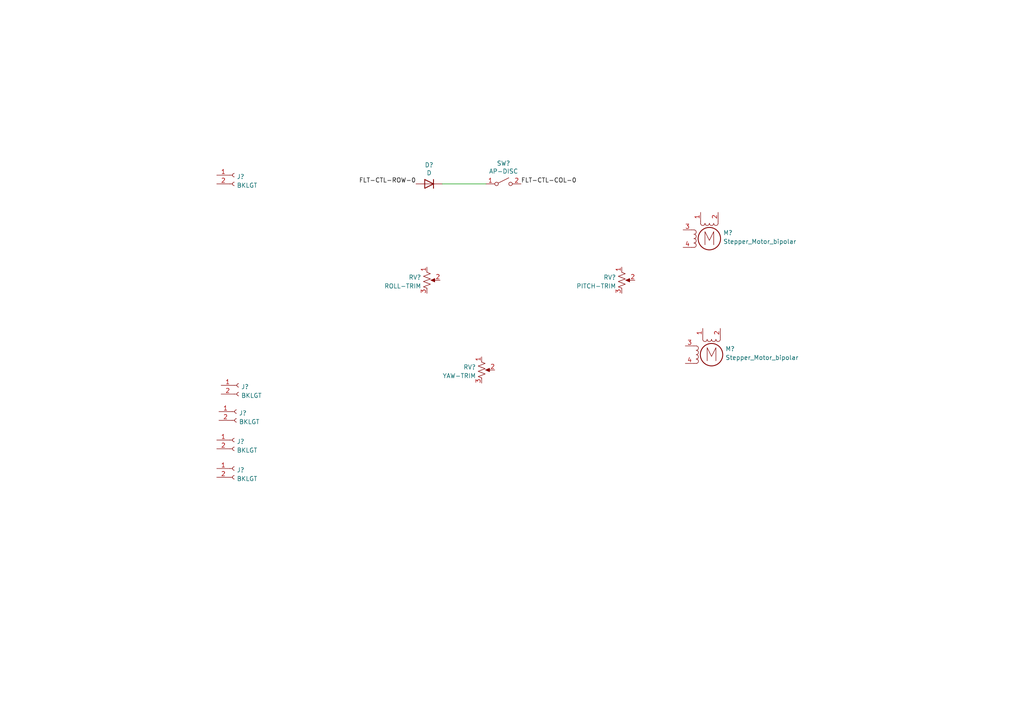
<source format=kicad_sch>
(kicad_sch (version 20211123) (generator eeschema)
  (paper "A4")
  (title_block (date "2023-09-18") (rev "Draft"))
  (lib_symbols
    (symbol "Connector:Conn_01x02_Female" (pin_names (offset 1.016) hide)
      (property "Reference" "J" (at 0 2.54 0))
      (property "Value" "Conn_01x02_Female" (at 0 -5.08 0))
      (symbol "Conn_01x02_Female_1_1"
        (arc (start 0 -2.032) (mid -0.508 -2.54) (end 0 -3.048) (stroke (width 0.1524)))
        (polyline (pts (xy -1.27 -2.54) (xy -0.508 -2.54)) (stroke (width 0.1524)))
        (polyline (pts (xy -1.27 0) (xy -0.508 0)) (stroke (width 0.1524)))
        (arc (start 0 0.508) (mid -0.508 0) (end 0 -0.508) (stroke (width 0.1524)))
        (pin passive line (at -5.08 0 0) (length 3.81) (name "Pin_1") (number "1"))
        (pin passive line (at -5.08 -2.54 0) (length 3.81) (name "Pin_2") (number "2"))
      )
    )
    (symbol "Device:D" (pin_numbers hide) (pin_names (offset 1.016) hide)
      (property "Reference" "D" (at 0 2.54 0))
      (property "Value" "D" (at 0 -2.54 0))
      (symbol "D_0_1"
        (polyline (pts (xy -1.27 1.27) (xy -1.27 -1.27)) (stroke (width 0.254)))
        (polyline (pts (xy 1.27 0) (xy -1.27 0)))
        (polyline (pts (xy 1.27 1.27) (xy 1.27 -1.27) (xy -1.27 0) (xy 1.27 1.27)) (stroke (width 0.254)))
      )
      (symbol "D_1_1"
        (pin passive line (at -3.81 0 0) (length 2.54) (name "K") (number "1"))
        (pin passive line (at 3.81 0 180) (length 2.54) (name "A") (number "2"))
      )
    )
    (symbol "Device:R_Potentiometer_US" (pin_names (offset 1.016) hide)
      (property "Reference" "RV" (at -4.445 0 90))
      (property "Value" "R_Potentiometer_US" (at -2.54 0 90))
      (symbol "R_Potentiometer_US_0_1"
        (polyline (pts (xy 0 -2.286) (xy 0 -2.54)))
        (polyline (pts (xy 0 2.54) (xy 0 2.286)))
        (polyline (pts (xy 2.54 0) (xy 1.524 0)))
        (polyline (pts (xy 1.143 0) (xy 2.286 0.508) (xy 2.286 -0.508) (xy 1.143 0)) (fill (type outline)))
        (polyline (pts (xy 0 -0.762) (xy 1.016 -1.143) (xy 0 -1.524) (xy -1.016 -1.905) (xy 0 -2.286)))
        (polyline (pts (xy 0 0.762) (xy 1.016 0.381) (xy 0 0) (xy -1.016 -0.381) (xy 0 -0.762)))
        (polyline (pts (xy 0 2.286) (xy 1.016 1.905) (xy 0 1.524) (xy -1.016 1.143) (xy 0 0.762)))
      )
      (symbol "R_Potentiometer_US_1_1"
        (pin passive line (at 0 3.81 270) (length 1.27) (name "1") (number "1"))
        (pin passive line (at 3.81 0 180) (length 1.27) (name "2") (number "2"))
        (pin passive line (at 0 -3.81 90) (length 1.27) (name "3") (number "3"))
      )
    )
    (symbol "Motor:Stepper_Motor_bipolar" (pin_names (offset 0) hide)
      (property "Reference" "M" (at 3.81 2.54 0))
      (property "Value" "Stepper_Motor_bipolar" (at 3.81 1.27 0))
      (symbol "Stepper_Motor_bipolar_0_0"
        (polyline (pts (xy -1.27 -1.778) (xy -1.27 2.032) (xy 0 -0.508) (xy 1.27 2.032) (xy 1.27 -1.778)))
      )
      (symbol "Stepper_Motor_bipolar_0_1"
        (arc (start -4.445 -2.54) (mid -3.81 -1.905) (end -4.445 -1.27))
        (arc (start -4.445 -1.27) (mid -3.81 -0.635) (end -4.445 0))
        (arc (start -4.445 0) (mid -3.81 0.635) (end -4.445 1.27))
        (arc (start -4.445 1.27) (mid -3.81 1.905) (end -4.445 2.54))
        (arc (start -2.54 4.445) (mid -1.905 3.81) (end -1.27 4.445))
        (arc (start -1.27 4.445) (mid -0.635 3.81) (end 0 4.445))
        (polyline (pts (xy -5.08 -2.54) (xy -4.445 -2.54)))
        (polyline (pts (xy -5.08 2.54) (xy -4.445 2.54)))
        (polyline (pts (xy -2.54 5.08) (xy -2.54 4.445)))
        (polyline (pts (xy 2.54 5.08) (xy 2.54 4.445)))
        (circle (center 0 0) (radius 3.2512) (stroke (width 0.254)))
        (arc (start 0 4.445) (mid 0.635 3.81) (end 1.27 4.445))
        (arc (start 1.27 4.445) (mid 1.905 3.81) (end 2.54 4.445))
      )
      (symbol "Stepper_Motor_bipolar_1_1"
        (pin passive line (at -2.54 7.62 270) (length 2.54) (name "~") (number "1"))
        (pin passive line (at 2.54 7.62 270) (length 2.54) (name "-") (number "2"))
        (pin passive line (at -7.62 2.54 0) (length 2.54) (name "~") (number "3"))
        (pin passive line (at -7.62 -2.54 0) (length 2.54) (name "~") (number "4"))
      )
    )
    (symbol "Switch:SW_SPST" (pin_names (offset 0) hide)
      (property "Reference" "SW" (at 0 3.175 0))
      (property "Value" "SW_SPST" (at 0 -2.54 0))
      (symbol "SW_SPST_0_0"
        (circle (center -2.032 0) (radius 0.508))
        (polyline (pts (xy -1.524 0.254) (xy 1.524 1.778)))
        (circle (center 2.032 0) (radius 0.508))
      )
      (symbol "SW_SPST_1_1"
        (pin passive line (at -5.08 0 0) (length 2.54) (name "A") (number "1"))
        (pin passive line (at 5.08 0 180) (length 2.54) (name "B") (number "2"))
      )
    )
  )
  (wire (pts (xy 140.97 53.34) (xy 128.27 53.34)))
  (label "FLT-CTL-ROW-0" (at 120.65 53.34 180))
  (label "FLT-CTL-COL-0" (at 151.13 53.34 0))
  (symbol (lib_id "Switch:SW_SPST") (at 146.05 53.34 0) (unit 1)
    (property "Reference" "SW?" (at 146.05 47.371 0))
    (property "Value" "AP-DISC" (at 146.05 49.6824 0))
    (property "Footprint" "PT_Library_v001:Molex_1x02_P2.54mm_Vertical" (effects hide))
  )
  (symbol (lib_id "Connector:Conn_01x02_Female") (at 69.215 111.76 0) (unit 1)
    (property "Reference" "J?" (at 69.9262 112.1953 0) (effects (justify left)))
    (property "Value" "BKLGT" (at 69.9262 114.7322 0) (effects (justify left)))
    (property "Footprint" "PT_Library_v001:Molex_1x02_P2.54mm_Vertical" (effects hide))
  )
  (symbol (lib_id "Connector:Conn_01x02_Female") (at 68.58 119.38 0) (unit 1)
    (property "Reference" "J?" (at 69.2912 119.8153 0) (effects (justify left)))
    (property "Value" "BKLGT" (at 69.2912 122.3522 0) (effects (justify left)))
    (property "Footprint" "PT_Library_v001:Molex_1x02_P2.54mm_Vertical" (effects hide))
  )
  (symbol (lib_id "Motor:Stepper_Motor_bipolar") (at 205.74 69.215 0) (unit 1)
    (property "Reference" "M?" (at 209.7532 67.5294 0) (effects (justify left)))
    (property "Value" "Stepper_Motor_bipolar" (at 209.7532 70.0663 0) (effects (justify left)))
    (property "Footprint" "PT_Library_v001:Molex_1x04_P2.54mm_Vertical" (effects hide))
    (property "Datasheet" "http://www.infineon.com/dgdl/Application-Note-TLE8110EE_driving_UniPolarStepperMotor_V1.1.pdf?fileId=db3a30431be39b97011be5d0aa0a00b0" (effects hide))
  )
  (symbol (lib_id "Motor:Stepper_Motor_bipolar") (at 206.375 102.87 0) (unit 1)
    (property "Reference" "M?" (at 210.3882 101.1844 0) (effects (justify left)))
    (property "Value" "Stepper_Motor_bipolar" (at 210.3882 103.7213 0) (effects (justify left)))
    (property "Footprint" "PT_Library_v001:Molex_1x04_P2.54mm_Vertical" (effects hide))
    (property "Datasheet" "http://www.infineon.com/dgdl/Application-Note-TLE8110EE_driving_UniPolarStepperMotor_V1.1.pdf?fileId=db3a30431be39b97011be5d0aa0a00b0" (effects hide))
  )
  (symbol (lib_id "Connector:Conn_01x02_Female") (at 67.945 50.8 0) (unit 1)
    (property "Reference" "J?" (at 68.6562 51.2353 0) (effects (justify left)))
    (property "Value" "BKLGT" (at 68.6562 53.7722 0) (effects (justify left)))
    (property "Footprint" "PT_Library_v001:Molex_1x02_P2.54mm_Vertical" (effects hide))
  )
  (symbol (lib_id "Connector:Conn_01x02_Female") (at 67.945 135.89 0) (unit 1)
    (property "Reference" "J?" (at 68.6562 136.3253 0) (effects (justify left)))
    (property "Value" "BKLGT" (at 68.6562 138.8622 0) (effects (justify left)))
    (property "Footprint" "PT_Library_v001:Molex_1x02_P2.54mm_Vertical" (effects hide))
  )
  (symbol (lib_id "Device:R_Potentiometer_US") (at 180.34 81.28 0) (unit 1)
    (property "Reference" "RV?" (at 178.689 80.4453 0) (effects (justify right)))
    (property "Value" "PITCH-TRIM" (at 178.689 82.9822 0) (effects (justify right)))
    (property "Footprint" "PT_Library_v001:Molex_1x03_P2.54mm_Vertical" (effects hide))
  )
  (symbol (lib_id "Connector:Conn_01x02_Female") (at 67.945 127.635 0) (unit 1)
    (property "Reference" "J?" (at 68.6562 128.0703 0) (effects (justify left)))
    (property "Value" "BKLGT" (at 68.6562 130.6072 0) (effects (justify left)))
    (property "Footprint" "PT_Library_v001:Molex_1x02_P2.54mm_Vertical" (effects hide))
  )
  (symbol (lib_id "Device:R_Potentiometer_US") (at 139.7 107.315 0) (unit 1)
    (property "Reference" "RV?" (at 138.049 106.4803 0) (effects (justify right)))
    (property "Value" "YAW-TRIM" (at 138.049 109.0172 0) (effects (justify right)))
    (property "Footprint" "PT_Library_v001:Molex_1x03_P2.54mm_Vertical" (effects hide))
  )
  (symbol (lib_id "Device:R_Potentiometer_US") (at 123.825 81.28 0) (unit 1)
    (property "Reference" "RV?" (at 122.1741 80.4453 0) (effects (justify right)))
    (property "Value" "ROLL-TRIM" (at 122.1741 82.9822 0) (effects (justify right)))
    (property "Footprint" "PT_Library_v001:Molex_1x03_P2.54mm_Vertical" (effects hide))
  )
  (symbol (lib_id "Device:D") (at 124.46 53.34 0) (mirror y) (unit 1)
    (property "Reference" "D?" (at 124.46 47.8536 0))
    (property "Value" "D" (at 124.46 50.165 0))
    (property "Footprint" "PT_Library_v001:D_Signal_P7.62mm_Horizontal" (effects hide))
  )
)
</source>
